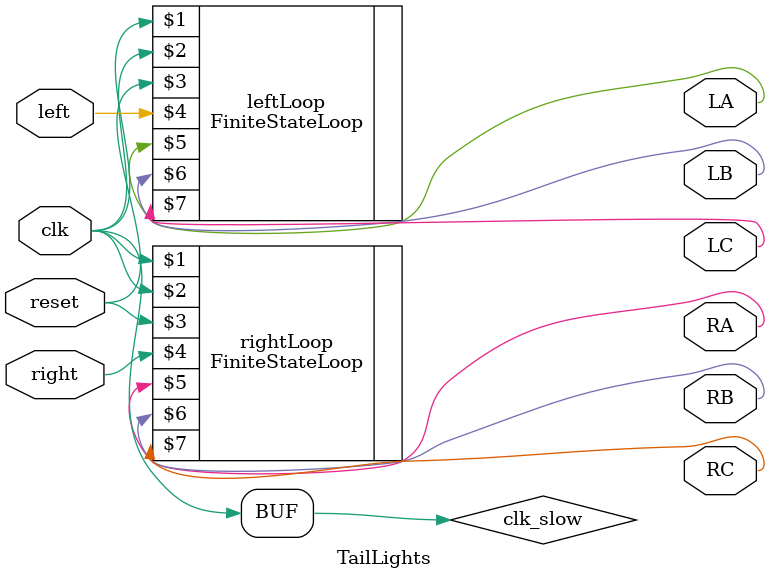
<source format=v>
module TailLights(
    input clk, reset, left, right,
    output LA, LB, LC, RA, RB, RC
    );
    
    wire clk_slow = clk;
    
    //ClockDivider #(24) clockDivider (clk, reset, clk_slow);
    
    FiniteStateLoop leftLoop (clk, clk_slow, reset, left, LA, LB, LC);
    FiniteStateLoop rightLoop (clk, clk_slow, reset, right, RA, RB, RC);
        
endmodule
</source>
